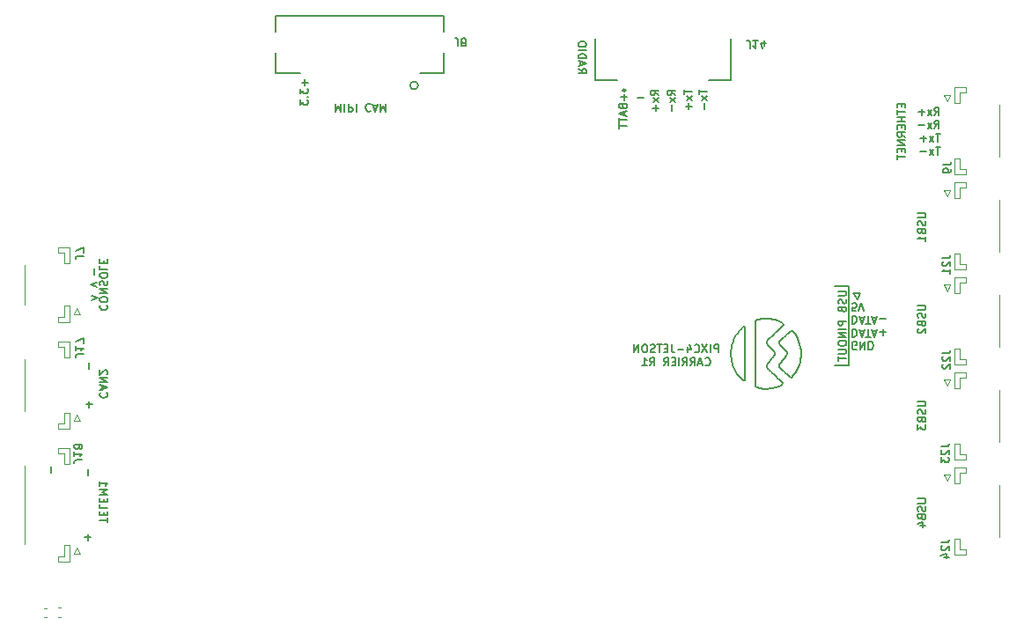
<source format=gbr>
%TF.GenerationSoftware,KiCad,Pcbnew,(5.1.8)-1*%
%TF.CreationDate,2021-06-12T11:00:54-04:00*%
%TF.ProjectId,pixc4-jetson-universal-carrier,70697863-342d-46a6-9574-736f6e2d756e,rev?*%
%TF.SameCoordinates,Original*%
%TF.FileFunction,Legend,Bot*%
%TF.FilePolarity,Positive*%
%FSLAX46Y46*%
G04 Gerber Fmt 4.6, Leading zero omitted, Abs format (unit mm)*
G04 Created by KiCad (PCBNEW (5.1.8)-1) date 2021-06-12 11:00:54*
%MOMM*%
%LPD*%
G01*
G04 APERTURE LIST*
%ADD10C,0.152400*%
%ADD11C,0.127000*%
%ADD12C,0.120000*%
%ADD13C,0.250000*%
%ADD14C,0.150000*%
G04 APERTURE END LIST*
D10*
X122803917Y-107912205D02*
X122803916Y-108108925D01*
X122803916Y-108108925D02*
X122803916Y-108305677D01*
X122803916Y-108305677D02*
X122803915Y-108502458D01*
X122803915Y-108502458D02*
X122803915Y-108699267D01*
X122803915Y-108699267D02*
X122803914Y-108896101D01*
X122803914Y-108896101D02*
X122803914Y-109092957D01*
X122803914Y-109092957D02*
X122803913Y-109289835D01*
X122803913Y-109289835D02*
X122803913Y-109486731D01*
X122803913Y-109486731D02*
X122803913Y-109683644D01*
X122803913Y-109683644D02*
X122803912Y-109880572D01*
X122803912Y-109880572D02*
X122803912Y-110077512D01*
X122803912Y-110077512D02*
X122803912Y-110274463D01*
X122803912Y-110274463D02*
X122803911Y-110471421D01*
X122803911Y-110471421D02*
X122803911Y-110668386D01*
X122803911Y-110668386D02*
X122803911Y-110865355D01*
X122803911Y-110865355D02*
X122803910Y-111062326D01*
X122803910Y-111062326D02*
X122803910Y-111259297D01*
X122803910Y-111259297D02*
X122803910Y-111456266D01*
X122803910Y-111456266D02*
X122803909Y-111653230D01*
X122803909Y-111653230D02*
X122803909Y-111850188D01*
X122803909Y-111850188D02*
X122803909Y-112047137D01*
X122803909Y-112047137D02*
X122803909Y-112244076D01*
X122803909Y-112244076D02*
X122803909Y-112441002D01*
X122803909Y-112441002D02*
X122803909Y-112637913D01*
X122803909Y-112637913D02*
X122803909Y-112834807D01*
X122803909Y-112834807D02*
X122803908Y-113031682D01*
X122803908Y-113031682D02*
X122803908Y-113228536D01*
X122803908Y-113228536D02*
X122803908Y-113425367D01*
X122803908Y-113425367D02*
X122803908Y-113622172D01*
X122803908Y-113622172D02*
X122803908Y-113818950D01*
X122803908Y-113818950D02*
X122803908Y-114015698D01*
X122803908Y-114015698D02*
X122803909Y-114212415D01*
X125329465Y-111813931D02*
X125223688Y-111934307D01*
X125223688Y-111934307D02*
X125135820Y-112070773D01*
X125135820Y-112070773D02*
X125091201Y-112216640D01*
X125091201Y-112216640D02*
X125125672Y-112386273D01*
X125125672Y-112386273D02*
X125169416Y-112448760D01*
X126217231Y-108876404D02*
X126098959Y-108979919D01*
X126098959Y-108979919D02*
X126082832Y-108994070D01*
X121721710Y-108461191D02*
X121575022Y-108571829D01*
X121575022Y-108571829D02*
X121437471Y-108690764D01*
X121437471Y-108690764D02*
X121309048Y-108817474D01*
X121309048Y-108817474D02*
X121189748Y-108951435D01*
X121189748Y-108951435D02*
X121079564Y-109092126D01*
X121079564Y-109092126D02*
X120978488Y-109239024D01*
X120978488Y-109239024D02*
X120886516Y-109391606D01*
X120886516Y-109391606D02*
X120803640Y-109549351D01*
X120803640Y-109549351D02*
X120729853Y-109711734D01*
X120729853Y-109711734D02*
X120665149Y-109878235D01*
X120665149Y-109878235D02*
X120609521Y-110048330D01*
X120609521Y-110048330D02*
X120562963Y-110221497D01*
X120562963Y-110221497D02*
X120525468Y-110397214D01*
X120525468Y-110397214D02*
X120497030Y-110574957D01*
X120497030Y-110574957D02*
X120477641Y-110754205D01*
X120477641Y-110754205D02*
X120467296Y-110934435D01*
X120467296Y-110934435D02*
X120465988Y-111115125D01*
X120465988Y-111115125D02*
X120473710Y-111295751D01*
X120473710Y-111295751D02*
X120490456Y-111475792D01*
X120490456Y-111475792D02*
X120516218Y-111654724D01*
X120516218Y-111654724D02*
X120550991Y-111832027D01*
X120550991Y-111832027D02*
X120594768Y-112007176D01*
X120594768Y-112007176D02*
X120647542Y-112179649D01*
X120647542Y-112179649D02*
X120709307Y-112348925D01*
X120709307Y-112348925D02*
X120780056Y-112514480D01*
X120780056Y-112514480D02*
X120859783Y-112675792D01*
X120859783Y-112675792D02*
X120948480Y-112832338D01*
X120948480Y-112832338D02*
X121046141Y-112983596D01*
X121046141Y-112983596D02*
X121152761Y-113129044D01*
X121152761Y-113129044D02*
X121268331Y-113268159D01*
X121268331Y-113268159D02*
X121392846Y-113400418D01*
X121392846Y-113400418D02*
X121526300Y-113525300D01*
X125656241Y-110701843D02*
X125767349Y-110811468D01*
X125767349Y-110811468D02*
X125854653Y-110938386D01*
X121795748Y-113581633D02*
X121795747Y-113375331D01*
X121795747Y-113375331D02*
X121795747Y-113168886D01*
X121795747Y-113168886D02*
X121795747Y-112962317D01*
X121795747Y-112962317D02*
X121795747Y-112755645D01*
X121795747Y-112755645D02*
X121795747Y-112548891D01*
X121795747Y-112548891D02*
X121795748Y-112342075D01*
X121795748Y-112342075D02*
X121795748Y-112135218D01*
X121795748Y-112135218D02*
X121795748Y-111928340D01*
X121795748Y-111928340D02*
X121795748Y-111721463D01*
X121795748Y-111721463D02*
X121795748Y-111514606D01*
X121795748Y-111514606D02*
X121795748Y-111307790D01*
X121795748Y-111307790D02*
X121795748Y-111101036D01*
X121795748Y-111101036D02*
X121795748Y-110894364D01*
X121795748Y-110894364D02*
X121795748Y-110687795D01*
X121795748Y-110687795D02*
X121795748Y-110481350D01*
X121795748Y-110481350D02*
X121795748Y-110275050D01*
X125175698Y-109788061D02*
X125102596Y-109925584D01*
X125102596Y-109925584D02*
X125112132Y-110082583D01*
X125112132Y-110082583D02*
X125192417Y-110230331D01*
X125192417Y-110230331D02*
X125292576Y-110345199D01*
X125292576Y-110345199D02*
X125399774Y-110445335D01*
X126592407Y-109145130D02*
X126493770Y-109007203D01*
X126493770Y-109007203D02*
X126392313Y-108876453D01*
X126392313Y-108876453D02*
X126232097Y-108862981D01*
X126232097Y-108862981D02*
X126217231Y-108876404D01*
X126131781Y-113284853D02*
X126269581Y-113357643D01*
X126082832Y-108994070D02*
X125941200Y-109118037D01*
X125941200Y-109118037D02*
X125799448Y-109242109D01*
X125799448Y-109242109D02*
X125657631Y-109366237D01*
X125657631Y-109366237D02*
X125515803Y-109490375D01*
X125515803Y-109490375D02*
X125374019Y-109614474D01*
X125374019Y-109614474D02*
X125232332Y-109738489D01*
X125232332Y-109738489D02*
X125175698Y-109788061D01*
X125645360Y-111434842D02*
X125546743Y-111553192D01*
X125546743Y-111553192D02*
X125447858Y-111671858D01*
X125447858Y-111671858D02*
X125349147Y-111790312D01*
X125349147Y-111790312D02*
X125329465Y-111813931D01*
X126269581Y-113357643D02*
X126464750Y-113146805D01*
X126464750Y-113146805D02*
X126636656Y-112918949D01*
X126636656Y-112918949D02*
X126785284Y-112676225D01*
X126785284Y-112676225D02*
X126910619Y-112420779D01*
X126910619Y-112420779D02*
X127012647Y-112154760D01*
X127012647Y-112154760D02*
X127091352Y-111880317D01*
X127091352Y-111880317D02*
X127146720Y-111599597D01*
X127146720Y-111599597D02*
X127178736Y-111314749D01*
X127178736Y-111314749D02*
X127187385Y-111027921D01*
X127187385Y-111027921D02*
X127172653Y-110741261D01*
X127172653Y-110741261D02*
X127134523Y-110456917D01*
X127134523Y-110456917D02*
X127072982Y-110177038D01*
X127072982Y-110177038D02*
X126988015Y-109903771D01*
X126988015Y-109903771D02*
X126879606Y-109639265D01*
X126879606Y-109639265D02*
X126747742Y-109385669D01*
X126747742Y-109385669D02*
X126592407Y-109145130D01*
X121795748Y-109015400D02*
X121794583Y-108859928D01*
X121794583Y-108859928D02*
X121802847Y-108700525D01*
X121802847Y-108700525D02*
X121790285Y-108538618D01*
X121790285Y-108538618D02*
X121721710Y-108461191D01*
X121795748Y-110275050D02*
X121795745Y-110119128D01*
X121795745Y-110119128D02*
X121795744Y-109961892D01*
X121795744Y-109961892D02*
X121795745Y-109803779D01*
X121795745Y-109803779D02*
X121795746Y-109645227D01*
X121795746Y-109645227D02*
X121795748Y-109486674D01*
X121795748Y-109486674D02*
X121795749Y-109328560D01*
X121795749Y-109328560D02*
X121795749Y-109171323D01*
X121795749Y-109171323D02*
X121795748Y-109015400D01*
X125399774Y-110445335D02*
X125511929Y-110557524D01*
X125511929Y-110557524D02*
X125624283Y-110669885D01*
X125624283Y-110669885D02*
X125656241Y-110701843D01*
X125430655Y-112676114D02*
X125561984Y-112790135D01*
X125561984Y-112790135D02*
X125693496Y-112904318D01*
X125693496Y-112904318D02*
X125825081Y-113018566D01*
X125825081Y-113018566D02*
X125956629Y-113132782D01*
X125956629Y-113132782D02*
X126088031Y-113246869D01*
X126088031Y-113246869D02*
X126131781Y-113284853D01*
X125169416Y-112448760D02*
X125291593Y-112555500D01*
X125291593Y-112555500D02*
X125414532Y-112662047D01*
X125414532Y-112662047D02*
X125430655Y-112676114D01*
X125854653Y-110938386D02*
X125870825Y-111097591D01*
X125870825Y-111097591D02*
X125805643Y-111239332D01*
X125805643Y-111239332D02*
X125702751Y-111367742D01*
X125702751Y-111367742D02*
X125645360Y-111434842D01*
X125548664Y-108257213D02*
X125438171Y-108115867D01*
X125438171Y-108115867D02*
X125245368Y-107991990D01*
X125245368Y-107991990D02*
X125079981Y-107919980D01*
X125079981Y-107919980D02*
X124891327Y-107857036D01*
X124891327Y-107857036D02*
X124684734Y-107803681D01*
X124684734Y-107803681D02*
X124465526Y-107760435D01*
X124465526Y-107760435D02*
X124239032Y-107727821D01*
X124239032Y-107727821D02*
X124010576Y-107706360D01*
X124010576Y-107706360D02*
X123785487Y-107696573D01*
X123785487Y-107696573D02*
X123569090Y-107698982D01*
X123569090Y-107698982D02*
X123366712Y-107714107D01*
X123366712Y-107714107D02*
X123183679Y-107742470D01*
X123183679Y-107742470D02*
X123025317Y-107784594D01*
X123025317Y-107784594D02*
X122845687Y-107874718D01*
X122845687Y-107874718D02*
X122803917Y-107912205D01*
X123973936Y-109764702D02*
X124119519Y-109624889D01*
X124119519Y-109624889D02*
X124265573Y-109485266D01*
X124265573Y-109485266D02*
X124411964Y-109345790D01*
X124411964Y-109345790D02*
X124558561Y-109206421D01*
X124558561Y-109206421D02*
X124705228Y-109067116D01*
X124705228Y-109067116D02*
X124851834Y-108927837D01*
X124851834Y-108927837D02*
X124998245Y-108788540D01*
X124998245Y-108788540D02*
X125144329Y-108649187D01*
X125144329Y-108649187D02*
X125258265Y-108539988D01*
X125258265Y-108539988D02*
X125375270Y-108431246D01*
X125375270Y-108431246D02*
X125489098Y-108320504D01*
X125489098Y-108320504D02*
X125548664Y-108257213D01*
X124128419Y-111819415D02*
X124234039Y-111692650D01*
X124234039Y-111692650D02*
X124339918Y-111565590D01*
X124339918Y-111565590D02*
X124445635Y-111438728D01*
X124445635Y-111438728D02*
X124466723Y-111413424D01*
X124130466Y-112600372D02*
X124004553Y-112477767D01*
X124004553Y-112477767D02*
X123921191Y-112334015D01*
X123921191Y-112334015D02*
X123909842Y-112167304D01*
X123909842Y-112167304D02*
X123966976Y-112021962D01*
X123966976Y-112021962D02*
X124057212Y-111896910D01*
X124057212Y-111896910D02*
X124128419Y-111819415D01*
X125309420Y-113759800D02*
X125190691Y-113643023D01*
X125190691Y-113643023D02*
X125071555Y-113525856D01*
X125071555Y-113525856D02*
X124952254Y-113408533D01*
X124952254Y-113408533D02*
X124833032Y-113291289D01*
X124833032Y-113291289D02*
X124714131Y-113174359D01*
X124714131Y-113174359D02*
X124674611Y-113135493D01*
X125245195Y-114116051D02*
X125384158Y-114049555D01*
X125384158Y-114049555D02*
X125451015Y-113907512D01*
X125451015Y-113907512D02*
X125330584Y-113777920D01*
X125330584Y-113777920D02*
X125309420Y-113759800D01*
X124205764Y-110447865D02*
X124077568Y-110326131D01*
X124077568Y-110326131D02*
X123983060Y-110205445D01*
X123983060Y-110205445D02*
X123914268Y-110050481D01*
X123914268Y-110050481D02*
X123915476Y-109885546D01*
X123915476Y-109885546D02*
X123973936Y-109764702D01*
X124674611Y-113135493D02*
X124555923Y-113018767D01*
X124555923Y-113018767D02*
X124436656Y-112901482D01*
X124436656Y-112901482D02*
X124317262Y-112784072D01*
X124317262Y-112784072D02*
X124198190Y-112666976D01*
X124198190Y-112666976D02*
X124130466Y-112600372D01*
X124466723Y-111413424D02*
X124578282Y-111285352D01*
X124578282Y-111285352D02*
X124660902Y-111151524D01*
X124660902Y-111151524D02*
X124685716Y-110994321D01*
X124685716Y-110994321D02*
X124616620Y-110855489D01*
X124616620Y-110855489D02*
X124554073Y-110796195D01*
X122803909Y-114212415D02*
X123002697Y-114311495D01*
X123002697Y-114311495D02*
X123217797Y-114381322D01*
X123217797Y-114381322D02*
X123368534Y-114412798D01*
X123368534Y-114412798D02*
X123523934Y-114433037D01*
X123523934Y-114433037D02*
X123682962Y-114442746D01*
X123682962Y-114442746D02*
X123844584Y-114442631D01*
X123844584Y-114442631D02*
X124007765Y-114433398D01*
X124007765Y-114433398D02*
X124171470Y-114415754D01*
X124171470Y-114415754D02*
X124334666Y-114390405D01*
X124334666Y-114390405D02*
X124496317Y-114358057D01*
X124496317Y-114358057D02*
X124655389Y-114319416D01*
X124655389Y-114319416D02*
X124810847Y-114275189D01*
X124810847Y-114275189D02*
X124961657Y-114226081D01*
X124961657Y-114226081D02*
X125106785Y-114172800D01*
X125106785Y-114172800D02*
X125245195Y-114116051D01*
X124554073Y-110796195D02*
X124445310Y-110687419D01*
X124445310Y-110687419D02*
X124336333Y-110578434D01*
X124336333Y-110578434D02*
X124227487Y-110469587D01*
X124227487Y-110469587D02*
X124205764Y-110447865D01*
X121526300Y-113525300D02*
X121642281Y-113628233D01*
X121642281Y-113628233D02*
X121791988Y-113597377D01*
X121791988Y-113597377D02*
X121795748Y-113581633D01*
D11*
X140565777Y-91154794D02*
X140130348Y-91154794D01*
X140348062Y-91916794D02*
X140348062Y-91154794D01*
X139948920Y-91916794D02*
X139549777Y-91408794D01*
X139948920Y-91408794D02*
X139549777Y-91916794D01*
X139259491Y-91626508D02*
X138678920Y-91626508D01*
X140565777Y-89874634D02*
X140130348Y-89874634D01*
X140348062Y-90636634D02*
X140348062Y-89874634D01*
X139948920Y-90636634D02*
X139549777Y-90128634D01*
X139948920Y-90128634D02*
X139549777Y-90636634D01*
X139259491Y-90346348D02*
X138678920Y-90346348D01*
X138969205Y-90636634D02*
X138969205Y-90056062D01*
X140021491Y-89381874D02*
X140275491Y-89019017D01*
X140456920Y-89381874D02*
X140456920Y-88619874D01*
X140166634Y-88619874D01*
X140094063Y-88656160D01*
X140057777Y-88692445D01*
X140021491Y-88765017D01*
X140021491Y-88873874D01*
X140057777Y-88946445D01*
X140094063Y-88982731D01*
X140166634Y-89019017D01*
X140456920Y-89019017D01*
X139767491Y-89381874D02*
X139368348Y-88873874D01*
X139767491Y-88873874D02*
X139368348Y-89381874D01*
X139078063Y-89091588D02*
X138497491Y-89091588D01*
X140021491Y-88116954D02*
X140275491Y-87754097D01*
X140456920Y-88116954D02*
X140456920Y-87354954D01*
X140166634Y-87354954D01*
X140094063Y-87391240D01*
X140057777Y-87427525D01*
X140021491Y-87500097D01*
X140021491Y-87608954D01*
X140057777Y-87681525D01*
X140094063Y-87717811D01*
X140166634Y-87754097D01*
X140456920Y-87754097D01*
X139767491Y-88116954D02*
X139368348Y-87608954D01*
X139767491Y-87608954D02*
X139368348Y-88116954D01*
X139078063Y-87826668D02*
X138497491Y-87826668D01*
X138787777Y-88116954D02*
X138787777Y-87536382D01*
D10*
X131739640Y-112135920D02*
X130439160Y-112135920D01*
X131759960Y-104581960D02*
X130459480Y-104581960D01*
X131759960Y-112135920D02*
X131759960Y-104581960D01*
X132593080Y-105821480D02*
X132918200Y-105237280D01*
X132232400Y-105237280D02*
X132593080Y-105821480D01*
X132892800Y-105237280D02*
X132232400Y-105237280D01*
D11*
X132524862Y-110622080D02*
X132452291Y-110658365D01*
X132343434Y-110658365D01*
X132234576Y-110622080D01*
X132162005Y-110549508D01*
X132125719Y-110476937D01*
X132089434Y-110331794D01*
X132089434Y-110222937D01*
X132125719Y-110077794D01*
X132162005Y-110005222D01*
X132234576Y-109932651D01*
X132343434Y-109896365D01*
X132416005Y-109896365D01*
X132524862Y-109932651D01*
X132561148Y-109968937D01*
X132561148Y-110222937D01*
X132416005Y-110222937D01*
X132887719Y-109896365D02*
X132887719Y-110658365D01*
X133323148Y-109896365D01*
X133323148Y-110658365D01*
X133686005Y-109896365D02*
X133686005Y-110658365D01*
X133867434Y-110658365D01*
X133976291Y-110622080D01*
X134048862Y-110549508D01*
X134085148Y-110476937D01*
X134121434Y-110331794D01*
X134121434Y-110222937D01*
X134085148Y-110077794D01*
X134048862Y-110005222D01*
X133976291Y-109932651D01*
X133867434Y-109896365D01*
X133686005Y-109896365D01*
X132125719Y-108687325D02*
X132125719Y-109449325D01*
X132307148Y-109449325D01*
X132416005Y-109413040D01*
X132488576Y-109340468D01*
X132524862Y-109267897D01*
X132561148Y-109122754D01*
X132561148Y-109013897D01*
X132524862Y-108868754D01*
X132488576Y-108796182D01*
X132416005Y-108723611D01*
X132307148Y-108687325D01*
X132125719Y-108687325D01*
X132851434Y-108905040D02*
X133214291Y-108905040D01*
X132778862Y-108687325D02*
X133032862Y-109449325D01*
X133286862Y-108687325D01*
X133432005Y-109449325D02*
X133867434Y-109449325D01*
X133649719Y-108687325D02*
X133649719Y-109449325D01*
X134085148Y-108905040D02*
X134448005Y-108905040D01*
X134012576Y-108687325D02*
X134266576Y-109449325D01*
X134520576Y-108687325D01*
X134774576Y-108977611D02*
X135355148Y-108977611D01*
X135064862Y-108687325D02*
X135064862Y-109267897D01*
X132125719Y-107397005D02*
X132125719Y-108159005D01*
X132307148Y-108159005D01*
X132416005Y-108122720D01*
X132488576Y-108050148D01*
X132524862Y-107977577D01*
X132561148Y-107832434D01*
X132561148Y-107723577D01*
X132524862Y-107578434D01*
X132488576Y-107505862D01*
X132416005Y-107433291D01*
X132307148Y-107397005D01*
X132125719Y-107397005D01*
X132851434Y-107614720D02*
X133214291Y-107614720D01*
X132778862Y-107397005D02*
X133032862Y-108159005D01*
X133286862Y-107397005D01*
X133432005Y-108159005D02*
X133867434Y-108159005D01*
X133649719Y-107397005D02*
X133649719Y-108159005D01*
X134085148Y-107614720D02*
X134448005Y-107614720D01*
X134012576Y-107397005D02*
X134266576Y-108159005D01*
X134520576Y-107397005D01*
X134774576Y-107687291D02*
X135355148Y-107687291D01*
X132488577Y-106949965D02*
X132125720Y-106949965D01*
X132089434Y-106587108D01*
X132125720Y-106623394D01*
X132198291Y-106659680D01*
X132379720Y-106659680D01*
X132452291Y-106623394D01*
X132488577Y-106587108D01*
X132524862Y-106514537D01*
X132524862Y-106333108D01*
X132488577Y-106260537D01*
X132452291Y-106224251D01*
X132379720Y-106187965D01*
X132198291Y-106187965D01*
X132125720Y-106224251D01*
X132089434Y-106260537D01*
X132742577Y-106949965D02*
X132996577Y-106187965D01*
X133250577Y-106949965D01*
X130778794Y-105039160D02*
X131395651Y-105039160D01*
X131468222Y-105075445D01*
X131504508Y-105111731D01*
X131540794Y-105184302D01*
X131540794Y-105329445D01*
X131504508Y-105402017D01*
X131468222Y-105438302D01*
X131395651Y-105474588D01*
X130778794Y-105474588D01*
X131504508Y-105801160D02*
X131540794Y-105910017D01*
X131540794Y-106091445D01*
X131504508Y-106164017D01*
X131468222Y-106200302D01*
X131395651Y-106236588D01*
X131323080Y-106236588D01*
X131250508Y-106200302D01*
X131214222Y-106164017D01*
X131177937Y-106091445D01*
X131141651Y-105946302D01*
X131105365Y-105873731D01*
X131069080Y-105837445D01*
X130996508Y-105801160D01*
X130923937Y-105801160D01*
X130851365Y-105837445D01*
X130815080Y-105873731D01*
X130778794Y-105946302D01*
X130778794Y-106127731D01*
X130815080Y-106236588D01*
X131141651Y-106817160D02*
X131177937Y-106926017D01*
X131214222Y-106962302D01*
X131286794Y-106998588D01*
X131395651Y-106998588D01*
X131468222Y-106962302D01*
X131504508Y-106926017D01*
X131540794Y-106853445D01*
X131540794Y-106563160D01*
X130778794Y-106563160D01*
X130778794Y-106817160D01*
X130815080Y-106889731D01*
X130851365Y-106926017D01*
X130923937Y-106962302D01*
X130996508Y-106962302D01*
X131069080Y-106926017D01*
X131105365Y-106889731D01*
X131141651Y-106817160D01*
X131141651Y-106563160D01*
X131540794Y-107905731D02*
X130778794Y-107905731D01*
X130778794Y-108196017D01*
X130815080Y-108268588D01*
X130851365Y-108304874D01*
X130923937Y-108341160D01*
X131032794Y-108341160D01*
X131105365Y-108304874D01*
X131141651Y-108268588D01*
X131177937Y-108196017D01*
X131177937Y-107905731D01*
X131540794Y-108667731D02*
X130778794Y-108667731D01*
X131540794Y-109030588D02*
X130778794Y-109030588D01*
X131540794Y-109466017D01*
X130778794Y-109466017D01*
X130778794Y-109974017D02*
X130778794Y-110119160D01*
X130815080Y-110191731D01*
X130887651Y-110264302D01*
X131032794Y-110300588D01*
X131286794Y-110300588D01*
X131431937Y-110264302D01*
X131504508Y-110191731D01*
X131540794Y-110119160D01*
X131540794Y-109974017D01*
X131504508Y-109901445D01*
X131431937Y-109828874D01*
X131286794Y-109792588D01*
X131032794Y-109792588D01*
X130887651Y-109828874D01*
X130815080Y-109901445D01*
X130778794Y-109974017D01*
X130778794Y-110627160D02*
X131395651Y-110627160D01*
X131468222Y-110663445D01*
X131504508Y-110699731D01*
X131540794Y-110772302D01*
X131540794Y-110917445D01*
X131504508Y-110990017D01*
X131468222Y-111026302D01*
X131395651Y-111062588D01*
X130778794Y-111062588D01*
X130778794Y-111316588D02*
X130778794Y-111752017D01*
X131540794Y-111534302D02*
X130778794Y-111534302D01*
X138419114Y-124999931D02*
X139035971Y-124999931D01*
X139108542Y-125036217D01*
X139144828Y-125072502D01*
X139181114Y-125145074D01*
X139181114Y-125290217D01*
X139144828Y-125362788D01*
X139108542Y-125399074D01*
X139035971Y-125435360D01*
X138419114Y-125435360D01*
X139144828Y-125761931D02*
X139181114Y-125870788D01*
X139181114Y-126052217D01*
X139144828Y-126124788D01*
X139108542Y-126161074D01*
X139035971Y-126197360D01*
X138963400Y-126197360D01*
X138890828Y-126161074D01*
X138854542Y-126124788D01*
X138818257Y-126052217D01*
X138781971Y-125907074D01*
X138745685Y-125834502D01*
X138709400Y-125798217D01*
X138636828Y-125761931D01*
X138564257Y-125761931D01*
X138491685Y-125798217D01*
X138455400Y-125834502D01*
X138419114Y-125907074D01*
X138419114Y-126088502D01*
X138455400Y-126197360D01*
X138781971Y-126777931D02*
X138818257Y-126886788D01*
X138854542Y-126923074D01*
X138927114Y-126959360D01*
X139035971Y-126959360D01*
X139108542Y-126923074D01*
X139144828Y-126886788D01*
X139181114Y-126814217D01*
X139181114Y-126523931D01*
X138419114Y-126523931D01*
X138419114Y-126777931D01*
X138455400Y-126850502D01*
X138491685Y-126886788D01*
X138564257Y-126923074D01*
X138636828Y-126923074D01*
X138709400Y-126886788D01*
X138745685Y-126850502D01*
X138781971Y-126777931D01*
X138781971Y-126523931D01*
X138673114Y-127612502D02*
X139181114Y-127612502D01*
X138382828Y-127431074D02*
X138927114Y-127249645D01*
X138927114Y-127721360D01*
X138419114Y-115642571D02*
X139035971Y-115642571D01*
X139108542Y-115678857D01*
X139144828Y-115715142D01*
X139181114Y-115787714D01*
X139181114Y-115932857D01*
X139144828Y-116005428D01*
X139108542Y-116041714D01*
X139035971Y-116078000D01*
X138419114Y-116078000D01*
X139144828Y-116404571D02*
X139181114Y-116513428D01*
X139181114Y-116694857D01*
X139144828Y-116767428D01*
X139108542Y-116803714D01*
X139035971Y-116840000D01*
X138963400Y-116840000D01*
X138890828Y-116803714D01*
X138854542Y-116767428D01*
X138818257Y-116694857D01*
X138781971Y-116549714D01*
X138745685Y-116477142D01*
X138709400Y-116440857D01*
X138636828Y-116404571D01*
X138564257Y-116404571D01*
X138491685Y-116440857D01*
X138455400Y-116477142D01*
X138419114Y-116549714D01*
X138419114Y-116731142D01*
X138455400Y-116840000D01*
X138781971Y-117420571D02*
X138818257Y-117529428D01*
X138854542Y-117565714D01*
X138927114Y-117602000D01*
X139035971Y-117602000D01*
X139108542Y-117565714D01*
X139144828Y-117529428D01*
X139181114Y-117456857D01*
X139181114Y-117166571D01*
X138419114Y-117166571D01*
X138419114Y-117420571D01*
X138455400Y-117493142D01*
X138491685Y-117529428D01*
X138564257Y-117565714D01*
X138636828Y-117565714D01*
X138709400Y-117529428D01*
X138745685Y-117493142D01*
X138781971Y-117420571D01*
X138781971Y-117166571D01*
X138419114Y-117856000D02*
X138419114Y-118327714D01*
X138709400Y-118073714D01*
X138709400Y-118182571D01*
X138745685Y-118255142D01*
X138781971Y-118291428D01*
X138854542Y-118327714D01*
X139035971Y-118327714D01*
X139108542Y-118291428D01*
X139144828Y-118255142D01*
X139181114Y-118182571D01*
X139181114Y-117964857D01*
X139144828Y-117892285D01*
X139108542Y-117856000D01*
X138419114Y-106381731D02*
X139035971Y-106381731D01*
X139108542Y-106418017D01*
X139144828Y-106454302D01*
X139181114Y-106526874D01*
X139181114Y-106672017D01*
X139144828Y-106744588D01*
X139108542Y-106780874D01*
X139035971Y-106817160D01*
X138419114Y-106817160D01*
X139144828Y-107143731D02*
X139181114Y-107252588D01*
X139181114Y-107434017D01*
X139144828Y-107506588D01*
X139108542Y-107542874D01*
X139035971Y-107579160D01*
X138963400Y-107579160D01*
X138890828Y-107542874D01*
X138854542Y-107506588D01*
X138818257Y-107434017D01*
X138781971Y-107288874D01*
X138745685Y-107216302D01*
X138709400Y-107180017D01*
X138636828Y-107143731D01*
X138564257Y-107143731D01*
X138491685Y-107180017D01*
X138455400Y-107216302D01*
X138419114Y-107288874D01*
X138419114Y-107470302D01*
X138455400Y-107579160D01*
X138781971Y-108159731D02*
X138818257Y-108268588D01*
X138854542Y-108304874D01*
X138927114Y-108341160D01*
X139035971Y-108341160D01*
X139108542Y-108304874D01*
X139144828Y-108268588D01*
X139181114Y-108196017D01*
X139181114Y-107905731D01*
X138419114Y-107905731D01*
X138419114Y-108159731D01*
X138455400Y-108232302D01*
X138491685Y-108268588D01*
X138564257Y-108304874D01*
X138636828Y-108304874D01*
X138709400Y-108268588D01*
X138745685Y-108232302D01*
X138781971Y-108159731D01*
X138781971Y-107905731D01*
X138491685Y-108631445D02*
X138455400Y-108667731D01*
X138419114Y-108740302D01*
X138419114Y-108921731D01*
X138455400Y-108994302D01*
X138491685Y-109030588D01*
X138564257Y-109066874D01*
X138636828Y-109066874D01*
X138745685Y-109030588D01*
X139181114Y-108595160D01*
X139181114Y-109066874D01*
X138419114Y-97532371D02*
X139035971Y-97532371D01*
X139108542Y-97568657D01*
X139144828Y-97604942D01*
X139181114Y-97677514D01*
X139181114Y-97822657D01*
X139144828Y-97895228D01*
X139108542Y-97931514D01*
X139035971Y-97967800D01*
X138419114Y-97967800D01*
X139144828Y-98294371D02*
X139181114Y-98403228D01*
X139181114Y-98584657D01*
X139144828Y-98657228D01*
X139108542Y-98693514D01*
X139035971Y-98729800D01*
X138963400Y-98729800D01*
X138890828Y-98693514D01*
X138854542Y-98657228D01*
X138818257Y-98584657D01*
X138781971Y-98439514D01*
X138745685Y-98366942D01*
X138709400Y-98330657D01*
X138636828Y-98294371D01*
X138564257Y-98294371D01*
X138491685Y-98330657D01*
X138455400Y-98366942D01*
X138419114Y-98439514D01*
X138419114Y-98620942D01*
X138455400Y-98729800D01*
X138781971Y-99310371D02*
X138818257Y-99419228D01*
X138854542Y-99455514D01*
X138927114Y-99491800D01*
X139035971Y-99491800D01*
X139108542Y-99455514D01*
X139144828Y-99419228D01*
X139181114Y-99346657D01*
X139181114Y-99056371D01*
X138419114Y-99056371D01*
X138419114Y-99310371D01*
X138455400Y-99382942D01*
X138491685Y-99419228D01*
X138564257Y-99455514D01*
X138636828Y-99455514D01*
X138709400Y-99419228D01*
X138745685Y-99382942D01*
X138781971Y-99310371D01*
X138781971Y-99056371D01*
X139181114Y-100217514D02*
X139181114Y-99782085D01*
X139181114Y-99999800D02*
X138419114Y-99999800D01*
X138527971Y-99927228D01*
X138600542Y-99854657D01*
X138636828Y-99782085D01*
X136836331Y-87024028D02*
X136836331Y-87278028D01*
X137235474Y-87386885D02*
X137235474Y-87024028D01*
X136473474Y-87024028D01*
X136473474Y-87386885D01*
X136473474Y-87604600D02*
X136473474Y-88040028D01*
X137235474Y-87822314D02*
X136473474Y-87822314D01*
X137235474Y-88294028D02*
X136473474Y-88294028D01*
X136836331Y-88294028D02*
X136836331Y-88729457D01*
X137235474Y-88729457D02*
X136473474Y-88729457D01*
X136836331Y-89092314D02*
X136836331Y-89346314D01*
X137235474Y-89455171D02*
X137235474Y-89092314D01*
X136473474Y-89092314D01*
X136473474Y-89455171D01*
X137235474Y-90217171D02*
X136872617Y-89963171D01*
X137235474Y-89781742D02*
X136473474Y-89781742D01*
X136473474Y-90072028D01*
X136509760Y-90144600D01*
X136546045Y-90180885D01*
X136618617Y-90217171D01*
X136727474Y-90217171D01*
X136800045Y-90180885D01*
X136836331Y-90144600D01*
X136872617Y-90072028D01*
X136872617Y-89781742D01*
X137235474Y-90543742D02*
X136473474Y-90543742D01*
X137235474Y-90979171D01*
X136473474Y-90979171D01*
X136836331Y-91342028D02*
X136836331Y-91596028D01*
X137235474Y-91704885D02*
X137235474Y-91342028D01*
X136473474Y-91342028D01*
X136473474Y-91704885D01*
X136473474Y-91922600D02*
X136473474Y-92358028D01*
X137235474Y-92140314D02*
X136473474Y-92140314D01*
X58733508Y-115630234D02*
X58733508Y-116210805D01*
X59023794Y-115920520D02*
X58443222Y-115920520D01*
X60513685Y-127286657D02*
X60513685Y-126851228D01*
X59751685Y-127068942D02*
X60513685Y-127068942D01*
X60150828Y-126597228D02*
X60150828Y-126343228D01*
X59751685Y-126234371D02*
X59751685Y-126597228D01*
X60513685Y-126597228D01*
X60513685Y-126234371D01*
X59751685Y-125544942D02*
X59751685Y-125907800D01*
X60513685Y-125907800D01*
X60150828Y-125290942D02*
X60150828Y-125036942D01*
X59751685Y-124928085D02*
X59751685Y-125290942D01*
X60513685Y-125290942D01*
X60513685Y-124928085D01*
X59751685Y-124601514D02*
X60513685Y-124601514D01*
X59969400Y-124347514D01*
X60513685Y-124093514D01*
X59751685Y-124093514D01*
X59751685Y-123331514D02*
X59751685Y-123766942D01*
X59751685Y-123549228D02*
X60513685Y-123549228D01*
X60404828Y-123621800D01*
X60332257Y-123694371D01*
X60295971Y-123766942D01*
X58601428Y-128416594D02*
X58601428Y-128997165D01*
X58891714Y-128706880D02*
X58311142Y-128706880D01*
X58609411Y-122733525D02*
X58609411Y-122152954D01*
X59824257Y-114807274D02*
X59787971Y-114843560D01*
X59751685Y-114952417D01*
X59751685Y-115024988D01*
X59787971Y-115133845D01*
X59860542Y-115206417D01*
X59933114Y-115242702D01*
X60078257Y-115278988D01*
X60187114Y-115278988D01*
X60332257Y-115242702D01*
X60404828Y-115206417D01*
X60477400Y-115133845D01*
X60513685Y-115024988D01*
X60513685Y-114952417D01*
X60477400Y-114843560D01*
X60441114Y-114807274D01*
X59969400Y-114516988D02*
X59969400Y-114154131D01*
X59751685Y-114589560D02*
X60513685Y-114335560D01*
X59751685Y-114081560D01*
X59751685Y-113827560D02*
X60513685Y-113827560D01*
X59751685Y-113392131D01*
X60513685Y-113392131D01*
X60441114Y-113065560D02*
X60477400Y-113029274D01*
X60513685Y-112956702D01*
X60513685Y-112775274D01*
X60477400Y-112702702D01*
X60441114Y-112666417D01*
X60368542Y-112630131D01*
X60295971Y-112630131D01*
X60187114Y-112666417D01*
X59751685Y-113101845D01*
X59751685Y-112630131D01*
X55096228Y-121934514D02*
X55096228Y-122515085D01*
X58708108Y-111896434D02*
X58708108Y-112477005D01*
X59824257Y-106381731D02*
X59787971Y-106418017D01*
X59751685Y-106526874D01*
X59751685Y-106599445D01*
X59787971Y-106708302D01*
X59860542Y-106780874D01*
X59933114Y-106817160D01*
X60078257Y-106853445D01*
X60187114Y-106853445D01*
X60332257Y-106817160D01*
X60404828Y-106780874D01*
X60477400Y-106708302D01*
X60513685Y-106599445D01*
X60513685Y-106526874D01*
X60477400Y-106418017D01*
X60441114Y-106381731D01*
X60513685Y-105910017D02*
X60513685Y-105764874D01*
X60477400Y-105692302D01*
X60404828Y-105619731D01*
X60259685Y-105583445D01*
X60005685Y-105583445D01*
X59860542Y-105619731D01*
X59787971Y-105692302D01*
X59751685Y-105764874D01*
X59751685Y-105910017D01*
X59787971Y-105982588D01*
X59860542Y-106055160D01*
X60005685Y-106091445D01*
X60259685Y-106091445D01*
X60404828Y-106055160D01*
X60477400Y-105982588D01*
X60513685Y-105910017D01*
X59751685Y-105256874D02*
X60513685Y-105256874D01*
X59751685Y-104821445D01*
X60513685Y-104821445D01*
X59787971Y-104494874D02*
X59751685Y-104386017D01*
X59751685Y-104204588D01*
X59787971Y-104132017D01*
X59824257Y-104095731D01*
X59896828Y-104059445D01*
X59969400Y-104059445D01*
X60041971Y-104095731D01*
X60078257Y-104132017D01*
X60114542Y-104204588D01*
X60150828Y-104349731D01*
X60187114Y-104422302D01*
X60223400Y-104458588D01*
X60295971Y-104494874D01*
X60368542Y-104494874D01*
X60441114Y-104458588D01*
X60477400Y-104422302D01*
X60513685Y-104349731D01*
X60513685Y-104168302D01*
X60477400Y-104059445D01*
X60513685Y-103587731D02*
X60513685Y-103442588D01*
X60477400Y-103370017D01*
X60404828Y-103297445D01*
X60259685Y-103261160D01*
X60005685Y-103261160D01*
X59860542Y-103297445D01*
X59787971Y-103370017D01*
X59751685Y-103442588D01*
X59751685Y-103587731D01*
X59787971Y-103660302D01*
X59860542Y-103732874D01*
X60005685Y-103769160D01*
X60259685Y-103769160D01*
X60404828Y-103732874D01*
X60477400Y-103660302D01*
X60513685Y-103587731D01*
X59751685Y-102571731D02*
X59751685Y-102934588D01*
X60513685Y-102934588D01*
X60150828Y-102317731D02*
X60150828Y-102063731D01*
X59751685Y-101954874D02*
X59751685Y-102317731D01*
X60513685Y-102317731D01*
X60513685Y-101954874D01*
X59231348Y-102854034D02*
X59231348Y-103434605D01*
X59497685Y-104628405D02*
X58917114Y-104410691D01*
X59497685Y-104192977D01*
X58947594Y-105449914D02*
X59528165Y-105667628D01*
X58947594Y-105885342D01*
X119234857Y-110949014D02*
X119234857Y-110187014D01*
X118944571Y-110187014D01*
X118872000Y-110223300D01*
X118835714Y-110259585D01*
X118799428Y-110332157D01*
X118799428Y-110441014D01*
X118835714Y-110513585D01*
X118872000Y-110549871D01*
X118944571Y-110586157D01*
X119234857Y-110586157D01*
X118472857Y-110949014D02*
X118472857Y-110187014D01*
X118182571Y-110187014D02*
X117674571Y-110949014D01*
X117674571Y-110187014D02*
X118182571Y-110949014D01*
X116948857Y-110876442D02*
X116985142Y-110912728D01*
X117094000Y-110949014D01*
X117166571Y-110949014D01*
X117275428Y-110912728D01*
X117348000Y-110840157D01*
X117384285Y-110767585D01*
X117420571Y-110622442D01*
X117420571Y-110513585D01*
X117384285Y-110368442D01*
X117348000Y-110295871D01*
X117275428Y-110223300D01*
X117166571Y-110187014D01*
X117094000Y-110187014D01*
X116985142Y-110223300D01*
X116948857Y-110259585D01*
X116295714Y-110441014D02*
X116295714Y-110949014D01*
X116477142Y-110150728D02*
X116658571Y-110695014D01*
X116186857Y-110695014D01*
X115896571Y-110658728D02*
X115316000Y-110658728D01*
X114735428Y-110187014D02*
X114735428Y-110731300D01*
X114771714Y-110840157D01*
X114844285Y-110912728D01*
X114953142Y-110949014D01*
X115025714Y-110949014D01*
X114372571Y-110549871D02*
X114118571Y-110549871D01*
X114009714Y-110949014D02*
X114372571Y-110949014D01*
X114372571Y-110187014D01*
X114009714Y-110187014D01*
X113792000Y-110187014D02*
X113356571Y-110187014D01*
X113574285Y-110949014D02*
X113574285Y-110187014D01*
X113138857Y-110912728D02*
X113030000Y-110949014D01*
X112848571Y-110949014D01*
X112776000Y-110912728D01*
X112739714Y-110876442D01*
X112703428Y-110803871D01*
X112703428Y-110731300D01*
X112739714Y-110658728D01*
X112776000Y-110622442D01*
X112848571Y-110586157D01*
X112993714Y-110549871D01*
X113066285Y-110513585D01*
X113102571Y-110477300D01*
X113138857Y-110404728D01*
X113138857Y-110332157D01*
X113102571Y-110259585D01*
X113066285Y-110223300D01*
X112993714Y-110187014D01*
X112812285Y-110187014D01*
X112703428Y-110223300D01*
X112231714Y-110187014D02*
X112086571Y-110187014D01*
X112014000Y-110223300D01*
X111941428Y-110295871D01*
X111905142Y-110441014D01*
X111905142Y-110695014D01*
X111941428Y-110840157D01*
X112014000Y-110912728D01*
X112086571Y-110949014D01*
X112231714Y-110949014D01*
X112304285Y-110912728D01*
X112376857Y-110840157D01*
X112413142Y-110695014D01*
X112413142Y-110441014D01*
X112376857Y-110295871D01*
X112304285Y-110223300D01*
X112231714Y-110187014D01*
X111578571Y-110949014D02*
X111578571Y-110187014D01*
X111143142Y-110949014D01*
X111143142Y-110187014D01*
X117983000Y-112146442D02*
X118019285Y-112182728D01*
X118128142Y-112219014D01*
X118200714Y-112219014D01*
X118309571Y-112182728D01*
X118382142Y-112110157D01*
X118418428Y-112037585D01*
X118454714Y-111892442D01*
X118454714Y-111783585D01*
X118418428Y-111638442D01*
X118382142Y-111565871D01*
X118309571Y-111493300D01*
X118200714Y-111457014D01*
X118128142Y-111457014D01*
X118019285Y-111493300D01*
X117983000Y-111529585D01*
X117692714Y-112001300D02*
X117329857Y-112001300D01*
X117765285Y-112219014D02*
X117511285Y-111457014D01*
X117257285Y-112219014D01*
X116567857Y-112219014D02*
X116821857Y-111856157D01*
X117003285Y-112219014D02*
X117003285Y-111457014D01*
X116713000Y-111457014D01*
X116640428Y-111493300D01*
X116604142Y-111529585D01*
X116567857Y-111602157D01*
X116567857Y-111711014D01*
X116604142Y-111783585D01*
X116640428Y-111819871D01*
X116713000Y-111856157D01*
X117003285Y-111856157D01*
X115805857Y-112219014D02*
X116059857Y-111856157D01*
X116241285Y-112219014D02*
X116241285Y-111457014D01*
X115951000Y-111457014D01*
X115878428Y-111493300D01*
X115842142Y-111529585D01*
X115805857Y-111602157D01*
X115805857Y-111711014D01*
X115842142Y-111783585D01*
X115878428Y-111819871D01*
X115951000Y-111856157D01*
X116241285Y-111856157D01*
X115479285Y-112219014D02*
X115479285Y-111457014D01*
X115116428Y-111819871D02*
X114862428Y-111819871D01*
X114753571Y-112219014D02*
X115116428Y-112219014D01*
X115116428Y-111457014D01*
X114753571Y-111457014D01*
X113991571Y-112219014D02*
X114245571Y-111856157D01*
X114427000Y-112219014D02*
X114427000Y-111457014D01*
X114136714Y-111457014D01*
X114064142Y-111493300D01*
X114027857Y-111529585D01*
X113991571Y-111602157D01*
X113991571Y-111711014D01*
X114027857Y-111783585D01*
X114064142Y-111819871D01*
X114136714Y-111856157D01*
X114427000Y-111856157D01*
X112649000Y-112219014D02*
X112903000Y-111856157D01*
X113084428Y-112219014D02*
X113084428Y-111457014D01*
X112794142Y-111457014D01*
X112721571Y-111493300D01*
X112685285Y-111529585D01*
X112649000Y-111602157D01*
X112649000Y-111711014D01*
X112685285Y-111783585D01*
X112721571Y-111819871D01*
X112794142Y-111856157D01*
X113084428Y-111856157D01*
X111923285Y-112219014D02*
X112358714Y-112219014D01*
X112141000Y-112219014D02*
X112141000Y-111457014D01*
X112213571Y-111565871D01*
X112286142Y-111638442D01*
X112358714Y-111674728D01*
X82417557Y-86993185D02*
X82417557Y-87755185D01*
X82671557Y-87210900D01*
X82925557Y-87755185D01*
X82925557Y-86993185D01*
X83288414Y-86993185D02*
X83288414Y-87755185D01*
X83651271Y-86993185D02*
X83651271Y-87755185D01*
X83941557Y-87755185D01*
X84014128Y-87718900D01*
X84050414Y-87682614D01*
X84086700Y-87610042D01*
X84086700Y-87501185D01*
X84050414Y-87428614D01*
X84014128Y-87392328D01*
X83941557Y-87356042D01*
X83651271Y-87356042D01*
X84413271Y-86993185D02*
X84413271Y-87755185D01*
X85792128Y-87065757D02*
X85755842Y-87029471D01*
X85646985Y-86993185D01*
X85574414Y-86993185D01*
X85465557Y-87029471D01*
X85392985Y-87102042D01*
X85356700Y-87174614D01*
X85320414Y-87319757D01*
X85320414Y-87428614D01*
X85356700Y-87573757D01*
X85392985Y-87646328D01*
X85465557Y-87718900D01*
X85574414Y-87755185D01*
X85646985Y-87755185D01*
X85755842Y-87718900D01*
X85792128Y-87682614D01*
X86082414Y-87210900D02*
X86445271Y-87210900D01*
X86009842Y-86993185D02*
X86263842Y-87755185D01*
X86517842Y-86993185D01*
X86771842Y-86993185D02*
X86771842Y-87755185D01*
X87025842Y-87210900D01*
X87279842Y-87755185D01*
X87279842Y-86993185D01*
X79467528Y-84679971D02*
X79467528Y-85260542D01*
X79757814Y-84970257D02*
X79177242Y-84970257D01*
X78995814Y-85550828D02*
X78995814Y-86022542D01*
X79286100Y-85768542D01*
X79286100Y-85877400D01*
X79322385Y-85949971D01*
X79358671Y-85986257D01*
X79431242Y-86022542D01*
X79612671Y-86022542D01*
X79685242Y-85986257D01*
X79721528Y-85949971D01*
X79757814Y-85877400D01*
X79757814Y-85659685D01*
X79721528Y-85587114D01*
X79685242Y-85550828D01*
X79685242Y-86349114D02*
X79721528Y-86385400D01*
X79757814Y-86349114D01*
X79721528Y-86312828D01*
X79685242Y-86349114D01*
X79757814Y-86349114D01*
X78995814Y-86639400D02*
X78995814Y-87111114D01*
X79286100Y-86857114D01*
X79286100Y-86965971D01*
X79322385Y-87038542D01*
X79358671Y-87074828D01*
X79431242Y-87111114D01*
X79612671Y-87111114D01*
X79685242Y-87074828D01*
X79721528Y-87038542D01*
X79757814Y-86965971D01*
X79757814Y-86748257D01*
X79721528Y-86675685D01*
X79685242Y-86639400D01*
X117413314Y-85649162D02*
X117413314Y-86084591D01*
X118175314Y-85866877D02*
X117413314Y-85866877D01*
X118175314Y-86266020D02*
X117667314Y-86665162D01*
X117667314Y-86266020D02*
X118175314Y-86665162D01*
X117885028Y-86955448D02*
X117885028Y-87536020D01*
X115914714Y-85649162D02*
X115914714Y-86084591D01*
X116676714Y-85866877D02*
X115914714Y-85866877D01*
X116676714Y-86266020D02*
X116168714Y-86665162D01*
X116168714Y-86266020D02*
X116676714Y-86665162D01*
X116386428Y-86955448D02*
X116386428Y-87536020D01*
X116676714Y-87245734D02*
X116096142Y-87245734D01*
X115096834Y-86193448D02*
X114733977Y-85939448D01*
X115096834Y-85758019D02*
X114334834Y-85758019D01*
X114334834Y-86048305D01*
X114371120Y-86120876D01*
X114407405Y-86157162D01*
X114479977Y-86193448D01*
X114588834Y-86193448D01*
X114661405Y-86157162D01*
X114697691Y-86120876D01*
X114733977Y-86048305D01*
X114733977Y-85758019D01*
X115096834Y-86447448D02*
X114588834Y-86846591D01*
X114588834Y-86447448D02*
X115096834Y-86846591D01*
X114806548Y-87136876D02*
X114806548Y-87717448D01*
X113491554Y-86193448D02*
X113128697Y-85939448D01*
X113491554Y-85758019D02*
X112729554Y-85758019D01*
X112729554Y-86048305D01*
X112765840Y-86120876D01*
X112802125Y-86157162D01*
X112874697Y-86193448D01*
X112983554Y-86193448D01*
X113056125Y-86157162D01*
X113092411Y-86120876D01*
X113128697Y-86048305D01*
X113128697Y-85758019D01*
X113491554Y-86447448D02*
X112983554Y-86846591D01*
X112983554Y-86447448D02*
X113491554Y-86846591D01*
X113201268Y-87136876D02*
X113201268Y-87717448D01*
X113491554Y-87427162D02*
X112910982Y-87427162D01*
X111474794Y-86422411D02*
X112055365Y-86422411D01*
X110153268Y-86097291D02*
X110153268Y-86677862D01*
X110443554Y-86387577D02*
X109862982Y-86387577D01*
X110044411Y-87294720D02*
X110080697Y-87403577D01*
X110116982Y-87439862D01*
X110189554Y-87476148D01*
X110298411Y-87476148D01*
X110370982Y-87439862D01*
X110407268Y-87403577D01*
X110443554Y-87331005D01*
X110443554Y-87040720D01*
X109681554Y-87040720D01*
X109681554Y-87294720D01*
X109717840Y-87367291D01*
X109754125Y-87403577D01*
X109826697Y-87439862D01*
X109899268Y-87439862D01*
X109971840Y-87403577D01*
X110008125Y-87367291D01*
X110044411Y-87294720D01*
X110044411Y-87040720D01*
X110225840Y-87766434D02*
X110225840Y-88129291D01*
X110443554Y-87693862D02*
X109681554Y-87947862D01*
X110443554Y-88201862D01*
X109681554Y-88347005D02*
X109681554Y-88782434D01*
X110443554Y-88564720D02*
X109681554Y-88564720D01*
X109681554Y-88927577D02*
X109681554Y-89363005D01*
X110443554Y-89145291D02*
X109681554Y-89145291D01*
X105776485Y-83627685D02*
X106139342Y-83881685D01*
X105776485Y-84063114D02*
X106538485Y-84063114D01*
X106538485Y-83772828D01*
X106502200Y-83700257D01*
X106465914Y-83663971D01*
X106393342Y-83627685D01*
X106284485Y-83627685D01*
X106211914Y-83663971D01*
X106175628Y-83700257D01*
X106139342Y-83772828D01*
X106139342Y-84063114D01*
X105994200Y-83337400D02*
X105994200Y-82974542D01*
X105776485Y-83409971D02*
X106538485Y-83155971D01*
X105776485Y-82901971D01*
X105776485Y-82647971D02*
X106538485Y-82647971D01*
X106538485Y-82466542D01*
X106502200Y-82357685D01*
X106429628Y-82285114D01*
X106357057Y-82248828D01*
X106211914Y-82212542D01*
X106103057Y-82212542D01*
X105957914Y-82248828D01*
X105885342Y-82285114D01*
X105812771Y-82357685D01*
X105776485Y-82466542D01*
X105776485Y-82647971D01*
X105776485Y-81885971D02*
X106538485Y-81885971D01*
X106538485Y-81377971D02*
X106538485Y-81232828D01*
X106502200Y-81160257D01*
X106429628Y-81087685D01*
X106284485Y-81051400D01*
X106030485Y-81051400D01*
X105885342Y-81087685D01*
X105812771Y-81160257D01*
X105776485Y-81232828D01*
X105776485Y-81377971D01*
X105812771Y-81450542D01*
X105885342Y-81523114D01*
X106030485Y-81559400D01*
X106284485Y-81559400D01*
X106429628Y-81523114D01*
X106502200Y-81450542D01*
X106538485Y-81377971D01*
D12*
%TO.C,J24*%
X146248240Y-123675320D02*
X146248240Y-128675320D01*
X143048240Y-121975320D02*
X141948240Y-121975320D01*
X141948240Y-121975320D02*
X141948240Y-123525320D01*
X141948240Y-123525320D02*
X142448240Y-123525320D01*
X142448240Y-123525320D02*
X142448240Y-122475320D01*
X142448240Y-122475320D02*
X143048240Y-122475320D01*
X143048240Y-122475320D02*
X143048240Y-121975320D01*
X143048240Y-130375320D02*
X141948240Y-130375320D01*
X141948240Y-130375320D02*
X141948240Y-128825320D01*
X141948240Y-128825320D02*
X142448240Y-128825320D01*
X142448240Y-128825320D02*
X142448240Y-129875320D01*
X142448240Y-129875320D02*
X143048240Y-129875320D01*
X143048240Y-129875320D02*
X143048240Y-130375320D01*
X141248240Y-123300320D02*
X140948240Y-122700320D01*
X140948240Y-122700320D02*
X141548240Y-122700320D01*
X141548240Y-122700320D02*
X141248240Y-123300320D01*
%TO.C,J23*%
X146248240Y-114540005D02*
X146248240Y-119540005D01*
X143048240Y-112840005D02*
X141948240Y-112840005D01*
X141948240Y-112840005D02*
X141948240Y-114390005D01*
X141948240Y-114390005D02*
X142448240Y-114390005D01*
X142448240Y-114390005D02*
X142448240Y-113340005D01*
X142448240Y-113340005D02*
X143048240Y-113340005D01*
X143048240Y-113340005D02*
X143048240Y-112840005D01*
X143048240Y-121240005D02*
X141948240Y-121240005D01*
X141948240Y-121240005D02*
X141948240Y-119690005D01*
X141948240Y-119690005D02*
X142448240Y-119690005D01*
X142448240Y-119690005D02*
X142448240Y-120740005D01*
X142448240Y-120740005D02*
X143048240Y-120740005D01*
X143048240Y-120740005D02*
X143048240Y-121240005D01*
X141248240Y-114165005D02*
X140948240Y-113565005D01*
X140948240Y-113565005D02*
X141548240Y-113565005D01*
X141548240Y-113565005D02*
X141248240Y-114165005D01*
%TO.C,J22*%
X146248240Y-105404690D02*
X146248240Y-110404690D01*
X143048240Y-103704690D02*
X141948240Y-103704690D01*
X141948240Y-103704690D02*
X141948240Y-105254690D01*
X141948240Y-105254690D02*
X142448240Y-105254690D01*
X142448240Y-105254690D02*
X142448240Y-104204690D01*
X142448240Y-104204690D02*
X143048240Y-104204690D01*
X143048240Y-104204690D02*
X143048240Y-103704690D01*
X143048240Y-112104690D02*
X141948240Y-112104690D01*
X141948240Y-112104690D02*
X141948240Y-110554690D01*
X141948240Y-110554690D02*
X142448240Y-110554690D01*
X142448240Y-110554690D02*
X142448240Y-111604690D01*
X142448240Y-111604690D02*
X143048240Y-111604690D01*
X143048240Y-111604690D02*
X143048240Y-112104690D01*
X141248240Y-105029690D02*
X140948240Y-104429690D01*
X140948240Y-104429690D02*
X141548240Y-104429690D01*
X141548240Y-104429690D02*
X141248240Y-105029690D01*
%TO.C,J21*%
X146248240Y-96269375D02*
X146248240Y-101269375D01*
X143048240Y-94569375D02*
X141948240Y-94569375D01*
X141948240Y-94569375D02*
X141948240Y-96119375D01*
X141948240Y-96119375D02*
X142448240Y-96119375D01*
X142448240Y-96119375D02*
X142448240Y-95069375D01*
X142448240Y-95069375D02*
X143048240Y-95069375D01*
X143048240Y-95069375D02*
X143048240Y-94569375D01*
X143048240Y-102969375D02*
X141948240Y-102969375D01*
X141948240Y-102969375D02*
X141948240Y-101419375D01*
X141948240Y-101419375D02*
X142448240Y-101419375D01*
X142448240Y-101419375D02*
X142448240Y-102469375D01*
X142448240Y-102469375D02*
X143048240Y-102469375D01*
X143048240Y-102469375D02*
X143048240Y-102969375D01*
X141248240Y-95894375D02*
X140948240Y-95294375D01*
X140948240Y-95294375D02*
X141548240Y-95294375D01*
X141548240Y-95294375D02*
X141248240Y-95894375D01*
%TO.C,J18*%
X52570260Y-129323660D02*
X52570260Y-121823660D01*
X55770260Y-131023660D02*
X56870260Y-131023660D01*
X56870260Y-131023660D02*
X56870260Y-129473660D01*
X56870260Y-129473660D02*
X56370260Y-129473660D01*
X56370260Y-129473660D02*
X56370260Y-130523660D01*
X56370260Y-130523660D02*
X55770260Y-130523660D01*
X55770260Y-130523660D02*
X55770260Y-131023660D01*
X55770260Y-120123660D02*
X56870260Y-120123660D01*
X56870260Y-120123660D02*
X56870260Y-121673660D01*
X56870260Y-121673660D02*
X56370260Y-121673660D01*
X56370260Y-121673660D02*
X56370260Y-120623660D01*
X56370260Y-120623660D02*
X55770260Y-120623660D01*
X55770260Y-120623660D02*
X55770260Y-120123660D01*
X57570260Y-129698660D02*
X57870260Y-130298660D01*
X57870260Y-130298660D02*
X57270260Y-130298660D01*
X57270260Y-130298660D02*
X57570260Y-129698660D01*
%TO.C,J17*%
X52570260Y-116562640D02*
X52570260Y-111562640D01*
X55770260Y-118262640D02*
X56870260Y-118262640D01*
X56870260Y-118262640D02*
X56870260Y-116712640D01*
X56870260Y-116712640D02*
X56370260Y-116712640D01*
X56370260Y-116712640D02*
X56370260Y-117762640D01*
X56370260Y-117762640D02*
X55770260Y-117762640D01*
X55770260Y-117762640D02*
X55770260Y-118262640D01*
X55770260Y-109862640D02*
X56870260Y-109862640D01*
X56870260Y-109862640D02*
X56870260Y-111412640D01*
X56870260Y-111412640D02*
X56370260Y-111412640D01*
X56370260Y-111412640D02*
X56370260Y-110362640D01*
X56370260Y-110362640D02*
X55770260Y-110362640D01*
X55770260Y-110362640D02*
X55770260Y-109862640D01*
X57570260Y-116937640D02*
X57870260Y-117537640D01*
X57870260Y-117537640D02*
X57270260Y-117537640D01*
X57270260Y-117537640D02*
X57570260Y-116937640D01*
%TO.C,J9*%
X146248240Y-87134060D02*
X146248240Y-92134060D01*
X143048240Y-85434060D02*
X141948240Y-85434060D01*
X141948240Y-85434060D02*
X141948240Y-86984060D01*
X141948240Y-86984060D02*
X142448240Y-86984060D01*
X142448240Y-86984060D02*
X142448240Y-85934060D01*
X142448240Y-85934060D02*
X143048240Y-85934060D01*
X143048240Y-85934060D02*
X143048240Y-85434060D01*
X143048240Y-93834060D02*
X141948240Y-93834060D01*
X141948240Y-93834060D02*
X141948240Y-92284060D01*
X141948240Y-92284060D02*
X142448240Y-92284060D01*
X142448240Y-92284060D02*
X142448240Y-93334060D01*
X142448240Y-93334060D02*
X143048240Y-93334060D01*
X143048240Y-93334060D02*
X143048240Y-93834060D01*
X141248240Y-86759060D02*
X140948240Y-86159060D01*
X140948240Y-86159060D02*
X141548240Y-86159060D01*
X141548240Y-86159060D02*
X141248240Y-86759060D01*
D10*
%TO.C,J8*%
X79011960Y-84104480D02*
X76695300Y-84104480D01*
X76695300Y-80071640D02*
X76695300Y-78541879D01*
X92849700Y-82083320D02*
X92849700Y-84104480D01*
X76695300Y-78541879D02*
X92849700Y-78541879D01*
X92849700Y-78541879D02*
X92849700Y-80071640D01*
X92849700Y-84104480D02*
X90533040Y-84104480D01*
X76695300Y-84104480D02*
X76695300Y-82083320D01*
X90360500Y-85260180D02*
G75*
G03*
X90360500Y-85260180I-381000J0D01*
G01*
D12*
%TO.C,J7*%
X52570260Y-106301620D02*
X52570260Y-102501620D01*
X55770260Y-108001620D02*
X56870260Y-108001620D01*
X56870260Y-108001620D02*
X56870260Y-106451620D01*
X56870260Y-106451620D02*
X56370260Y-106451620D01*
X56370260Y-106451620D02*
X56370260Y-107501620D01*
X56370260Y-107501620D02*
X55770260Y-107501620D01*
X55770260Y-107501620D02*
X55770260Y-108001620D01*
X55770260Y-100801620D02*
X56870260Y-100801620D01*
X56870260Y-100801620D02*
X56870260Y-102351620D01*
X56870260Y-102351620D02*
X56370260Y-102351620D01*
X56370260Y-102351620D02*
X56370260Y-101301620D01*
X56370260Y-101301620D02*
X55770260Y-101301620D01*
X55770260Y-101301620D02*
X55770260Y-100801620D01*
X57570260Y-106651620D02*
X57870260Y-107251620D01*
X57870260Y-107251620D02*
X57270260Y-107251620D01*
X57270260Y-107251620D02*
X57570260Y-106651620D01*
%TO.C,R17*%
X55766000Y-135500800D02*
X56006000Y-135500800D01*
X56006000Y-136380800D02*
X55766000Y-136380800D01*
%TO.C,R16*%
X54621700Y-136406200D02*
X54381700Y-136406200D01*
X54381700Y-135526200D02*
X54621700Y-135526200D01*
D13*
%TO.C,J14*%
X110301700Y-85718740D02*
G75*
G03*
X110301700Y-85718740I-125000J0D01*
G01*
D14*
X120426700Y-84753740D02*
X120426700Y-80728740D01*
X109501700Y-84753740D02*
X107426700Y-84753740D01*
X120426700Y-84753740D02*
X118351700Y-84753740D01*
X107426700Y-84753740D02*
X107426700Y-80728740D01*
%TO.C,J24*%
D11*
X140667014Y-129202542D02*
X141211300Y-129202542D01*
X141320157Y-129166257D01*
X141392728Y-129093685D01*
X141429014Y-128984828D01*
X141429014Y-128912257D01*
X140739585Y-129529114D02*
X140703300Y-129565400D01*
X140667014Y-129637971D01*
X140667014Y-129819400D01*
X140703300Y-129891971D01*
X140739585Y-129928257D01*
X140812157Y-129964542D01*
X140884728Y-129964542D01*
X140993585Y-129928257D01*
X141429014Y-129492828D01*
X141429014Y-129964542D01*
X140921014Y-130617685D02*
X141429014Y-130617685D01*
X140630728Y-130436257D02*
X141175014Y-130254828D01*
X141175014Y-130726542D01*
%TO.C,J23*%
X140667014Y-120007742D02*
X141211300Y-120007742D01*
X141320157Y-119971457D01*
X141392728Y-119898885D01*
X141429014Y-119790028D01*
X141429014Y-119717457D01*
X140739585Y-120334314D02*
X140703300Y-120370600D01*
X140667014Y-120443171D01*
X140667014Y-120624600D01*
X140703300Y-120697171D01*
X140739585Y-120733457D01*
X140812157Y-120769742D01*
X140884728Y-120769742D01*
X140993585Y-120733457D01*
X141429014Y-120298028D01*
X141429014Y-120769742D01*
X140667014Y-121023742D02*
X140667014Y-121495457D01*
X140957300Y-121241457D01*
X140957300Y-121350314D01*
X140993585Y-121422885D01*
X141029871Y-121459171D01*
X141102442Y-121495457D01*
X141283871Y-121495457D01*
X141356442Y-121459171D01*
X141392728Y-121422885D01*
X141429014Y-121350314D01*
X141429014Y-121132600D01*
X141392728Y-121060028D01*
X141356442Y-121023742D01*
%TO.C,J22*%
X140768614Y-111003442D02*
X141312900Y-111003442D01*
X141421757Y-110967157D01*
X141494328Y-110894585D01*
X141530614Y-110785728D01*
X141530614Y-110713157D01*
X140841185Y-111330014D02*
X140804900Y-111366300D01*
X140768614Y-111438871D01*
X140768614Y-111620300D01*
X140804900Y-111692871D01*
X140841185Y-111729157D01*
X140913757Y-111765442D01*
X140986328Y-111765442D01*
X141095185Y-111729157D01*
X141530614Y-111293728D01*
X141530614Y-111765442D01*
X140841185Y-112055728D02*
X140804900Y-112092014D01*
X140768614Y-112164585D01*
X140768614Y-112346014D01*
X140804900Y-112418585D01*
X140841185Y-112454871D01*
X140913757Y-112491157D01*
X140986328Y-112491157D01*
X141095185Y-112454871D01*
X141530614Y-112019442D01*
X141530614Y-112491157D01*
%TO.C,J21*%
X140768614Y-101884842D02*
X141312900Y-101884842D01*
X141421757Y-101848557D01*
X141494328Y-101775985D01*
X141530614Y-101667128D01*
X141530614Y-101594557D01*
X140841185Y-102211414D02*
X140804900Y-102247700D01*
X140768614Y-102320271D01*
X140768614Y-102501700D01*
X140804900Y-102574271D01*
X140841185Y-102610557D01*
X140913757Y-102646842D01*
X140986328Y-102646842D01*
X141095185Y-102610557D01*
X141530614Y-102175128D01*
X141530614Y-102646842D01*
X141530614Y-103372557D02*
X141530614Y-102937128D01*
X141530614Y-103154842D02*
X140768614Y-103154842D01*
X140877471Y-103082271D01*
X140950042Y-103009700D01*
X140986328Y-102937128D01*
%TO.C,J18*%
X58075285Y-121254157D02*
X57531000Y-121254157D01*
X57422142Y-121290442D01*
X57349571Y-121363014D01*
X57313285Y-121471871D01*
X57313285Y-121544442D01*
X57313285Y-120492157D02*
X57313285Y-120927585D01*
X57313285Y-120709871D02*
X58075285Y-120709871D01*
X57966428Y-120782442D01*
X57893857Y-120855014D01*
X57857571Y-120927585D01*
X57748714Y-120056728D02*
X57785000Y-120129300D01*
X57821285Y-120165585D01*
X57893857Y-120201871D01*
X57930142Y-120201871D01*
X58002714Y-120165585D01*
X58039000Y-120129300D01*
X58075285Y-120056728D01*
X58075285Y-119911585D01*
X58039000Y-119839014D01*
X58002714Y-119802728D01*
X57930142Y-119766442D01*
X57893857Y-119766442D01*
X57821285Y-119802728D01*
X57785000Y-119839014D01*
X57748714Y-119911585D01*
X57748714Y-120056728D01*
X57712428Y-120129300D01*
X57676142Y-120165585D01*
X57603571Y-120201871D01*
X57458428Y-120201871D01*
X57385857Y-120165585D01*
X57349571Y-120129300D01*
X57313285Y-120056728D01*
X57313285Y-119911585D01*
X57349571Y-119839014D01*
X57385857Y-119802728D01*
X57458428Y-119766442D01*
X57603571Y-119766442D01*
X57676142Y-119802728D01*
X57712428Y-119839014D01*
X57748714Y-119911585D01*
%TO.C,J17*%
X58176885Y-111106857D02*
X57632600Y-111106857D01*
X57523742Y-111143142D01*
X57451171Y-111215714D01*
X57414885Y-111324571D01*
X57414885Y-111397142D01*
X57414885Y-110344857D02*
X57414885Y-110780285D01*
X57414885Y-110562571D02*
X58176885Y-110562571D01*
X58068028Y-110635142D01*
X57995457Y-110707714D01*
X57959171Y-110780285D01*
X58176885Y-110090857D02*
X58176885Y-109582857D01*
X57414885Y-109909428D01*
%TO.C,J9*%
X140844814Y-92913200D02*
X141389100Y-92913200D01*
X141497957Y-92876914D01*
X141570528Y-92804342D01*
X141606814Y-92695485D01*
X141606814Y-92622914D01*
X141606814Y-93312342D02*
X141606814Y-93457485D01*
X141570528Y-93530057D01*
X141534242Y-93566342D01*
X141425385Y-93638914D01*
X141280242Y-93675200D01*
X140989957Y-93675200D01*
X140917385Y-93638914D01*
X140881100Y-93602628D01*
X140844814Y-93530057D01*
X140844814Y-93384914D01*
X140881100Y-93312342D01*
X140917385Y-93276057D01*
X140989957Y-93239771D01*
X141171385Y-93239771D01*
X141243957Y-93276057D01*
X141280242Y-93312342D01*
X141316528Y-93384914D01*
X141316528Y-93530057D01*
X141280242Y-93602628D01*
X141243957Y-93638914D01*
X141171385Y-93675200D01*
%TO.C,J8*%
X94208600Y-81481385D02*
X94208600Y-80937100D01*
X94172314Y-80828242D01*
X94099742Y-80755671D01*
X93990885Y-80719385D01*
X93918314Y-80719385D01*
X94680314Y-81154814D02*
X94607742Y-81191100D01*
X94571457Y-81227385D01*
X94535171Y-81299957D01*
X94535171Y-81336242D01*
X94571457Y-81408814D01*
X94607742Y-81445100D01*
X94680314Y-81481385D01*
X94825457Y-81481385D01*
X94898028Y-81445100D01*
X94934314Y-81408814D01*
X94970600Y-81336242D01*
X94970600Y-81299957D01*
X94934314Y-81227385D01*
X94898028Y-81191100D01*
X94825457Y-81154814D01*
X94680314Y-81154814D01*
X94607742Y-81118528D01*
X94571457Y-81082242D01*
X94535171Y-81009671D01*
X94535171Y-80864528D01*
X94571457Y-80791957D01*
X94607742Y-80755671D01*
X94680314Y-80719385D01*
X94825457Y-80719385D01*
X94898028Y-80755671D01*
X94934314Y-80791957D01*
X94970600Y-80864528D01*
X94970600Y-81009671D01*
X94934314Y-81082242D01*
X94898028Y-81118528D01*
X94825457Y-81154814D01*
%TO.C,J7*%
X58202285Y-101638100D02*
X57658000Y-101638100D01*
X57549142Y-101674385D01*
X57476571Y-101746957D01*
X57440285Y-101855814D01*
X57440285Y-101928385D01*
X58202285Y-101347814D02*
X58202285Y-100839814D01*
X57440285Y-101166385D01*
%TO.C,J14*%
X122261992Y-81684585D02*
X122261992Y-81140300D01*
X122225707Y-81031442D01*
X122153135Y-80958871D01*
X122044278Y-80922585D01*
X121971707Y-80922585D01*
X123023992Y-80922585D02*
X122588564Y-80922585D01*
X122806278Y-80922585D02*
X122806278Y-81684585D01*
X122733707Y-81575728D01*
X122661135Y-81503157D01*
X122588564Y-81466871D01*
X123677135Y-81430585D02*
X123677135Y-80922585D01*
X123495707Y-81720871D02*
X123314278Y-81176585D01*
X123785992Y-81176585D01*
%TD*%
M02*

</source>
